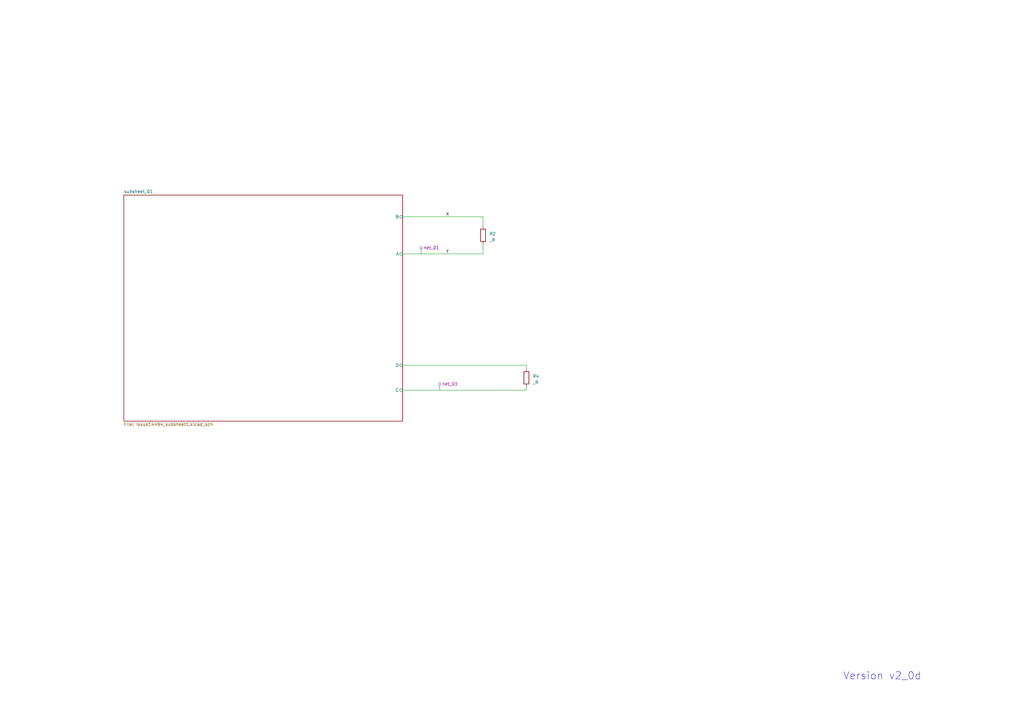
<source format=kicad_sch>
(kicad_sch (version 20230121) (generator eeschema)
  (paper "A3")
  (title_block (date "2021-08-13"))
  (lib_symbols
    (symbol "Device:R" (pin_numbers hide) (pin_names (offset 0))
      (property "Reference" "R" (at 2.032 0 90))
      (property "Value" "R" (at 0 0 90))
      (symbol "R_0_1"
        (rectangle (start -1.016 -2.54) (end 1.016 2.54) (stroke (width 0.254)))
      )
      (symbol "R_1_1"
        (pin passive line (at 0 3.81 270) (length 1.27) (name "~") (number "1"))
        (pin passive line (at 0 -3.81 90) (length 1.27) (name "~") (number "2"))
      )
    )
  )
  (wire (pts (xy 165.1 149.86) (xy 215.9 149.86)))
  (wire (pts (xy 165.1 88.9) (xy 198.12 88.9)))
  (wire (pts (xy 165.1 104.14) (xy 198.12 104.14)))
  (wire (pts (xy 215.9 149.86) (xy 215.9 151.13)))
  (wire (pts (xy 165.1 160.02) (xy 215.9 160.02)))
  (wire (pts (xy 198.12 88.9) (xy 198.12 92.71)))
  (wire (pts (xy 198.12 100.33) (xy 198.12 104.14)))
  (wire (pts (xy 215.9 158.75) (xy 215.9 160.02)))
  (text "Version v2_0d" (at 345.7028 279.1128 0) (effects (font (size 3.048 3.048)) (justify left bottom)))
  (label "Y" (at 182.88 104.14 0))
  (label "X" (at 182.88 88.9 0))
  (netclass_flag "" (length 2.54) (shape round) (at 172.72 104.14 0) (property "Netclass" "net_01" (at 173.609 101.6 0) (effects (font italic) (justify left))))
  (netclass_flag "" (length 2.54) (shape round) (at 180.34 160.02 0) (property "Netclass" "net_01" (at 181.229 157.48 0) (effects (font italic) (justify left))))
  (symbol (lib_id "Device:R") (at 198.12 96.52 180) (unit 1)
    (property "Reference" "R2" (at 200.66 95.885 0) (effects (justify right)))
    (property "Value" "_R" (at 200.66 98.425 0) (effects (justify right)))
    (property "Footprint" "0IBF_RCL:R_1206_3216Metric" (effects hide))
  )
  (symbol (lib_id "Device:R") (at 215.9 154.94 180) (unit 1)
    (property "Reference" "R4" (at 218.44 154.305 0) (effects (justify right)))
    (property "Value" "_R" (at 218.44 156.845 0) (effects (justify right)))
    (property "Footprint" "0IBF_RCL:R_1206_3216Metric" (effects hide))
  )
  (sheet (at 50.8 80.01) (size 114.3 92.71) (stroke (width 0.1524))
    (property "Sheetname" "subsheet_01" (at 50.8 79.2984 0) (effects (justify left bottom)))
    (property "Sheetfile" "issue14494_subsheet1.kicad_sch" (at 50.8 173.3046 0) (effects (justify left top)))
    (pin "B" input (at 165.1 88.9 0))
    (pin "A" input (at 165.1 104.14 0))
    (pin "D" input (at 165.1 149.86 0))
    (pin "C" input (at 165.1 160.02 0))
  )
)
</source>
